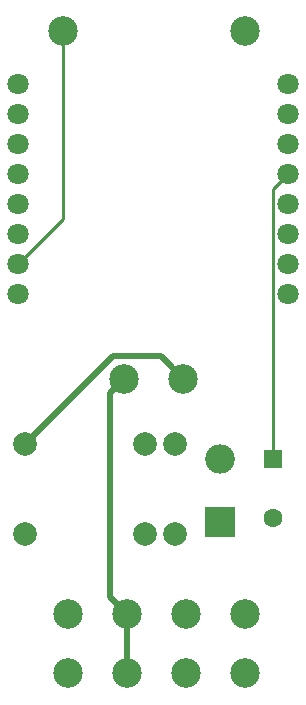
<source format=gtl>
G04 #@! TF.GenerationSoftware,KiCad,Pcbnew,(5.1.4)-1*
G04 #@! TF.CreationDate,2019-10-10T22:11:15+02:00*
G04 #@! TF.ProjectId,WirelessTouchLight,57697265-6c65-4737-9354-6f7563684c69,rev?*
G04 #@! TF.SameCoordinates,Original*
G04 #@! TF.FileFunction,Copper,L1,Top*
G04 #@! TF.FilePolarity,Positive*
%FSLAX46Y46*%
G04 Gerber Fmt 4.6, Leading zero omitted, Abs format (unit mm)*
G04 Created by KiCad (PCBNEW (5.1.4)-1) date 2019-10-10 22:11:15*
%MOMM*%
%LPD*%
G04 APERTURE LIST*
%ADD10C,1.600000*%
%ADD11R,1.600000X1.600000*%
%ADD12R,2.500000X2.500000*%
%ADD13O,2.500000X2.500000*%
%ADD14C,2.500000*%
%ADD15C,2.000000*%
%ADD16C,1.800000*%
%ADD17C,0.250000*%
%ADD18C,0.500000*%
G04 APERTURE END LIST*
D10*
X62230000Y-61515000D03*
D11*
X62230000Y-56515000D03*
D12*
X57785000Y-61849000D03*
D13*
X57785000Y-56515000D03*
D14*
X49650000Y-49720000D03*
X54650000Y-49720000D03*
X44450000Y-20320000D03*
X59850000Y-20320000D03*
D15*
X41275000Y-55245000D03*
X41275000Y-62865000D03*
X51435000Y-55245000D03*
X53975000Y-62865000D03*
X51435000Y-62865000D03*
X53975000Y-55245000D03*
D16*
X63500000Y-42545000D03*
X40640000Y-42545000D03*
X63500000Y-40005000D03*
X40640000Y-40005000D03*
X63500000Y-37465000D03*
X40640000Y-37465000D03*
X63500000Y-34925000D03*
X40640000Y-34925000D03*
X63500000Y-32385000D03*
X40640000Y-32385000D03*
X63500000Y-29845000D03*
X40640000Y-29845000D03*
X63500000Y-27305000D03*
X40640000Y-27305000D03*
X63500000Y-24765000D03*
X40640000Y-24765000D03*
D14*
X59905000Y-74675000D03*
X59905000Y-69675000D03*
X54905000Y-74675000D03*
X54905000Y-69675000D03*
X49905000Y-74675000D03*
X49905000Y-69675000D03*
X44905000Y-74675000D03*
X44905000Y-69675000D03*
D17*
X62230000Y-33655000D02*
X62230000Y-56515000D01*
X63500000Y-32385000D02*
X62230000Y-33655000D01*
D18*
X53400001Y-48470001D02*
X54650000Y-49720000D01*
X52749999Y-47819999D02*
X53400001Y-48470001D01*
X48700001Y-47819999D02*
X52749999Y-47819999D01*
X41275000Y-55245000D02*
X48700001Y-47819999D01*
X48655001Y-68425001D02*
X49905000Y-69675000D01*
X48400001Y-68170001D02*
X48655001Y-68425001D01*
X48400001Y-50969999D02*
X48400001Y-68170001D01*
X49650000Y-49720000D02*
X48400001Y-50969999D01*
X49905000Y-71442766D02*
X49905000Y-74675000D01*
X49905000Y-69675000D02*
X49905000Y-71442766D01*
D17*
X44450000Y-36195000D02*
X40640000Y-40005000D01*
X44450000Y-20320000D02*
X44450000Y-36195000D01*
M02*

</source>
